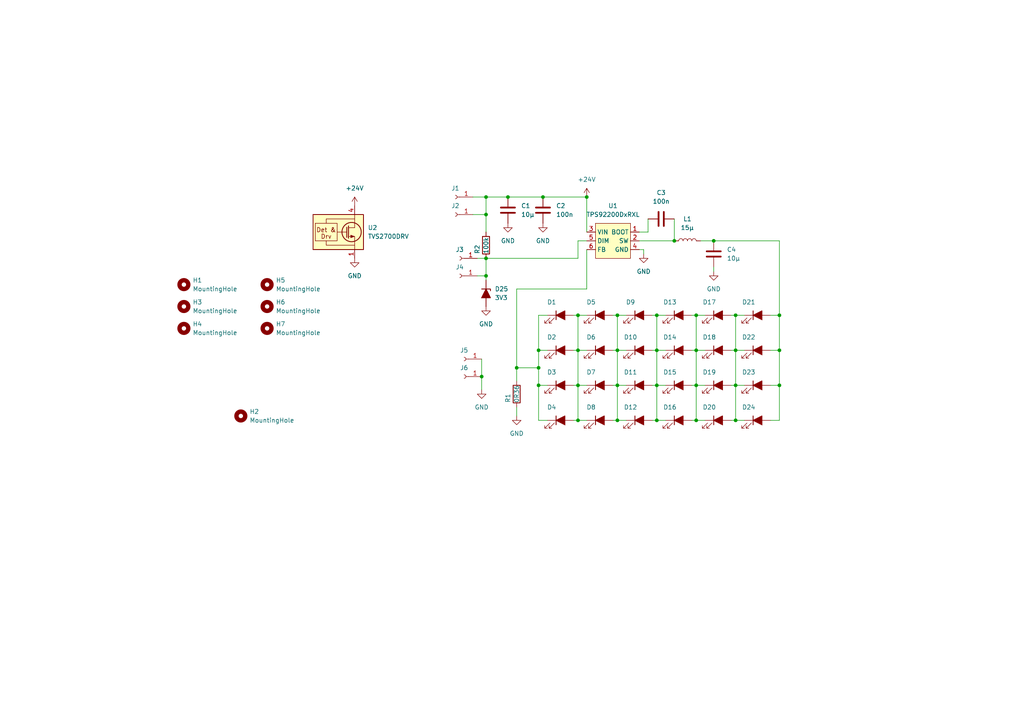
<source format=kicad_sch>
(kicad_sch (version 20230121) (generator eeschema)
  (paper "A4")
  (lib_symbols
    (symbol "Bergi:TPS92200DxRXL"
      (property "Reference" "U" (at -3.81 6.35 0))
      (property "Value" "TPS92200DxRXL" (at 0 -6.35 0))
      (symbol "TPS92200DxRXL_0_1"
        (rectangle (start -5.08 5.08) (end 5.08 -5.08) (fill (type background)))
      )
      (symbol "TPS92200DxRXL_1_1"
        (pin unspecified line (at 7.62 2.54 180) (length 2.54) (name "BOOT") (number "1"))
        (pin unspecified line (at 7.62 0 180) (length 2.54) (name "SW") (number "2"))
        (pin unspecified line (at -7.62 2.54 0) (length 2.54) (name "VIN") (number "3"))
        (pin unspecified line (at 7.62 -2.54 180) (length 2.54) (name "GND") (number "4"))
        (pin unspecified line (at -7.62 0 0) (length 2.54) (name "DIM") (number "5"))
        (pin unspecified line (at -7.62 -2.54 0) (length 2.54) (name "FB") (number "6"))
      )
    )
    (symbol "Connector:Conn_01x01_Female" (pin_names (offset 1.016) hide)
      (property "Reference" "J" (at 0 2.54 0))
      (property "Value" "Conn_01x01_Female" (at 0 -2.54 0))
      (symbol "Conn_01x01_Female_1_1"
        (polyline (pts (xy -1.27 0) (xy -0.508 0)) (stroke (width 0.1524)))
        (arc (start 0 0.508) (mid -0.5058 0) (end 0 -0.508) (stroke (width 0.1524)))
        (pin passive line (at -5.08 0 0) (length 3.81) (name "Pin_1") (number "1"))
      )
    )
    (symbol "Device:C" (pin_numbers hide) (pin_names (offset 0.254))
      (property "Reference" "C" (at 0.635 2.54 0))
      (property "Value" "C" (at 0.635 -2.54 0))
      (symbol "C_0_1"
        (polyline (pts (xy -2.032 -0.762) (xy 2.032 -0.762)) (stroke (width 0.508)))
        (polyline (pts (xy -2.032 0.762) (xy 2.032 0.762)) (stroke (width 0.508)))
      )
      (symbol "C_1_1"
        (pin passive line (at 0 3.81 270) (length 2.794) (name "~") (number "1"))
        (pin passive line (at 0 -3.81 90) (length 2.794) (name "~") (number "2"))
      )
    )
    (symbol "Device:D_Zener_Filled" (pin_numbers hide) (pin_names (offset 1.016) hide)
      (property "Reference" "D" (at 0 2.54 0))
      (property "Value" "D_Zener_Filled" (at 0 -2.54 0))
      (symbol "D_Zener_Filled_0_1"
        (polyline (pts (xy 1.27 0) (xy -1.27 0)))
        (polyline (pts (xy -1.27 -1.27) (xy -1.27 1.27) (xy -0.762 1.27)) (stroke (width 0.254)))
        (polyline (pts (xy 1.27 -1.27) (xy 1.27 1.27) (xy -1.27 0) (xy 1.27 -1.27)) (stroke (width 0.254)) (fill (type outline)))
      )
      (symbol "D_Zener_Filled_1_1"
        (pin passive line (at -3.81 0 0) (length 2.54) (name "K") (number "1"))
        (pin passive line (at 3.81 0 180) (length 2.54) (name "A") (number "2"))
      )
    )
    (symbol "Device:L" (pin_numbers hide) (pin_names (offset 1.016) hide)
      (property "Reference" "L" (at -1.27 0 90))
      (property "Value" "L" (at 1.905 0 90))
      (symbol "L_0_1"
        (arc (start 0 -2.54) (mid 0.6323 -1.905) (end 0 -1.27))
        (arc (start 0 -1.27) (mid 0.6323 -0.635) (end 0 0))
        (arc (start 0 0) (mid 0.6323 0.635) (end 0 1.27))
        (arc (start 0 1.27) (mid 0.6323 1.905) (end 0 2.54))
      )
      (symbol "L_1_1"
        (pin passive line (at 0 3.81 270) (length 1.27) (name "1") (number "1"))
        (pin passive line (at 0 -3.81 90) (length 1.27) (name "2") (number "2"))
      )
    )
    (symbol "Device:LED_Filled" (pin_numbers hide) (pin_names (offset 1.016) hide)
      (property "Reference" "D" (at 0 2.54 0))
      (property "Value" "LED_Filled" (at 0 -2.54 0))
      (symbol "LED_Filled_0_1"
        (polyline (pts (xy -1.27 -1.27) (xy -1.27 1.27)) (stroke (width 0.254)))
        (polyline (pts (xy -1.27 0) (xy 1.27 0)))
        (polyline (pts (xy 1.27 -1.27) (xy 1.27 1.27) (xy -1.27 0) (xy 1.27 -1.27)) (stroke (width 0.254)) (fill (type outline)))
        (polyline (pts (xy -3.048 -0.762) (xy -4.572 -2.286) (xy -3.81 -2.286) (xy -4.572 -2.286) (xy -4.572 -1.524)))
        (polyline (pts (xy -1.778 -0.762) (xy -3.302 -2.286) (xy -2.54 -2.286) (xy -3.302 -2.286) (xy -3.302 -1.524)))
      )
      (symbol "LED_Filled_1_1"
        (pin passive line (at -3.81 0 0) (length 2.54) (name "K") (number "1"))
        (pin passive line (at 3.81 0 180) (length 2.54) (name "A") (number "2"))
      )
    )
    (symbol "Device:R" (pin_numbers hide) (pin_names (offset 0))
      (property "Reference" "R" (at 2.032 0 90))
      (property "Value" "R" (at 0 0 90))
      (symbol "R_0_1"
        (rectangle (start -1.016 -2.54) (end 1.016 2.54) (stroke (width 0.254)))
      )
      (symbol "R_1_1"
        (pin passive line (at 0 3.81 270) (length 1.27) (name "~") (number "1"))
        (pin passive line (at 0 -3.81 90) (length 1.27) (name "~") (number "2"))
      )
    )
    (symbol "Mechanical:MountingHole" (pin_names (offset 1.016))
      (property "Reference" "H" (at 0 5.08 0))
      (property "Value" "MountingHole" (at 0 3.175 0))
      (symbol "MountingHole_0_1"
        (circle (center 0 0) (radius 1.27) (stroke (width 1.27)))
      )
    )
    (symbol "Power_Protection:TVS2700DRV" (pin_names (offset 0) hide)
      (property "Reference" "U" (at 2.54 1.27 0))
      (property "Value" "TVS2700DRV" (at 2.54 -1.27 0))
      (symbol "TVS2700DRV_0_0"
        (rectangle (start -11.43 2.54) (end -5.08 -2.54))
        (polyline (pts (xy 0 1.27) (xy -1.778 1.27)))
        (polyline (pts (xy -8.255 -2.54) (xy -8.255 -3.81) (xy 0 -3.81)))
        (polyline (pts (xy -8.255 2.54) (xy -8.255 3.81) (xy 0 3.81)))
        (text "Det &" (at -8.255 0.635 0) (effects (font (size 1.27 1.27))))
        (text "Drv" (at -8.255 -1.27 0) (effects (font (size 1.27 1.27))))
      )
      (symbol "TVS2700DRV_0_1"
        (rectangle (start -12.065 5.08) (end 2.54 -5.08) (stroke (width 0.254)) (fill (type background)))
        (circle (center -0.889 0) (radius 2.794) (stroke (width 0.254)))
        (polyline (pts (xy -2.286 0) (xy -5.08 0)))
        (polyline (pts (xy -2.286 1.397) (xy -2.286 -1.524)) (stroke (width 0.254)))
        (polyline (pts (xy -1.778 1.778) (xy -1.778 -1.778)) (stroke (width 0.254)))
        (polyline (pts (xy 0 -2.54) (xy 0 -5.08)))
        (polyline (pts (xy 0 2.54) (xy 0 1.27)))
        (polyline (pts (xy 0 5.08) (xy 0 2.54)))
        (polyline (pts (xy 0 -2.54) (xy 0 -1.27) (xy -1.778 -1.27)))
        (polyline (pts (xy -0.127 -1.27) (xy -1.143 -1.651) (xy -1.143 -0.889) (xy -0.127 -1.27)) (fill (type outline)))
      )
      (symbol "TVS2700DRV_1_1"
        (pin power_in line (at 0 -7.62 90) (length 2.54) (name "GND") (number "1"))
        (pin passive line (at 0 -7.62 90) (length 2.54) hide (name "GND") (number "2"))
        (pin passive line (at 0 -7.62 90) (length 2.54) hide (name "GND") (number "3"))
        (pin passive line (at 0 7.62 270) (length 2.54) (name "IN") (number "4"))
        (pin passive line (at 0 7.62 270) (length 2.54) hide (name "IN") (number "5"))
        (pin passive line (at 0 7.62 270) (length 2.54) hide (name "IN") (number "6"))
        (pin passive line (at 0 -7.62 90) (length 2.54) hide (name "GND") (number "7"))
      )
    )
    (symbol "power:+24V" (power) (pin_names (offset 0))
      (property "Value" "+24V" (at 0 3.556 0))
      (symbol "+24V_0_1"
        (polyline (pts (xy -0.762 1.27) (xy 0 2.54)))
        (polyline (pts (xy 0 0) (xy 0 2.54)))
        (polyline (pts (xy 0 2.54) (xy 0.762 1.27)))
      )
      (symbol "+24V_1_1"
        (pin power_in line (at 0 0 90) (length 0) hide (name "+24V") (number "1"))
      )
    )
    (symbol "power:GND" (power) (pin_names (offset 0))
      (property "Value" "GND" (at 0 -3.81 0))
      (symbol "GND_0_1"
        (polyline (pts (xy 0 0) (xy 0 -1.27) (xy 1.27 -1.27) (xy 0 -2.54) (xy -1.27 -1.27) (xy 0 -1.27)))
      )
      (symbol "GND_1_1"
        (pin power_in line (at 0 0 270) (length 0) hide (name "GND") (number "1"))
      )
    )
  )
  (junction (at 190.5 91.44))
  (junction (at 213.36 111.76))
  (junction (at 170.18 57.15))
  (junction (at 167.64 121.92))
  (junction (at 149.86 106.68))
  (junction (at 157.48 57.15))
  (junction (at 167.64 91.44))
  (junction (at 179.07 121.92))
  (junction (at 213.36 91.44))
  (junction (at 156.21 101.6))
  (junction (at 167.64 111.76))
  (junction (at 226.06 111.76))
  (junction (at 156.21 106.68))
  (junction (at 226.06 101.6))
  (junction (at 139.7 109.22))
  (junction (at 147.32 57.15))
  (junction (at 140.97 74.93))
  (junction (at 207.01 69.85))
  (junction (at 140.97 62.23))
  (junction (at 213.36 101.6))
  (junction (at 201.93 101.6))
  (junction (at 201.93 111.76))
  (junction (at 167.64 101.6))
  (junction (at 156.21 111.76))
  (junction (at 201.93 91.44))
  (junction (at 190.5 111.76))
  (junction (at 226.06 91.44))
  (junction (at 140.97 57.15))
  (junction (at 140.97 80.01))
  (junction (at 179.07 101.6))
  (junction (at 190.5 121.92))
  (junction (at 195.58 69.85))
  (junction (at 190.5 101.6))
  (junction (at 201.93 121.92))
  (junction (at 179.07 91.44))
  (junction (at 179.07 111.76))
  (junction (at 213.36 121.92))
  (wire (pts (xy 167.64 91.44) (xy 170.18 91.44)))
  (wire (pts (xy 207.01 69.85) (xy 226.06 69.85)))
  (wire (pts (xy 170.18 57.15) (xy 170.18 67.31)))
  (wire (pts (xy 200.66 91.44) (xy 201.93 91.44)))
  (wire (pts (xy 167.64 69.85) (xy 167.64 74.93)))
  (wire (pts (xy 140.97 74.93) (xy 167.64 74.93)))
  (wire (pts (xy 226.06 111.76) (xy 226.06 101.6)))
  (wire (pts (xy 140.97 67.31) (xy 140.97 62.23)))
  (wire (pts (xy 167.64 111.76) (xy 170.18 111.76)))
  (wire (pts (xy 179.07 121.92) (xy 181.61 121.92)))
  (wire (pts (xy 149.86 83.82) (xy 170.18 83.82)))
  (wire (pts (xy 167.64 111.76) (xy 167.64 121.92)))
  (wire (pts (xy 190.5 121.92) (xy 193.04 121.92)))
  (wire (pts (xy 190.5 101.6) (xy 193.04 101.6)))
  (wire (pts (xy 156.21 101.6) (xy 156.21 106.68)))
  (wire (pts (xy 190.5 91.44) (xy 190.5 101.6)))
  (wire (pts (xy 177.8 91.44) (xy 179.07 91.44)))
  (wire (pts (xy 140.97 57.15) (xy 147.32 57.15)))
  (wire (pts (xy 186.69 72.39) (xy 185.42 72.39)))
  (wire (pts (xy 201.93 91.44) (xy 204.47 91.44)))
  (wire (pts (xy 201.93 101.6) (xy 204.47 101.6)))
  (wire (pts (xy 139.7 109.22) (xy 139.7 113.03)))
  (wire (pts (xy 189.23 111.76) (xy 190.5 111.76)))
  (wire (pts (xy 166.37 101.6) (xy 167.64 101.6)))
  (wire (pts (xy 179.07 111.76) (xy 181.61 111.76)))
  (wire (pts (xy 149.86 118.11) (xy 149.86 120.65)))
  (wire (pts (xy 170.18 83.82) (xy 170.18 72.39)))
  (wire (pts (xy 149.86 106.68) (xy 149.86 110.49)))
  (wire (pts (xy 223.52 111.76) (xy 226.06 111.76)))
  (wire (pts (xy 223.52 121.92) (xy 226.06 121.92)))
  (wire (pts (xy 140.97 74.93) (xy 138.43 74.93)))
  (wire (pts (xy 190.5 111.76) (xy 190.5 121.92)))
  (wire (pts (xy 212.09 111.76) (xy 213.36 111.76)))
  (wire (pts (xy 137.16 57.15) (xy 140.97 57.15)))
  (wire (pts (xy 157.48 57.15) (xy 170.18 57.15)))
  (wire (pts (xy 213.36 111.76) (xy 213.36 121.92)))
  (wire (pts (xy 147.32 57.15) (xy 157.48 57.15)))
  (wire (pts (xy 187.96 67.31) (xy 185.42 67.31)))
  (wire (pts (xy 179.07 101.6) (xy 179.07 111.76)))
  (wire (pts (xy 213.36 121.92) (xy 215.9 121.92)))
  (wire (pts (xy 179.07 111.76) (xy 179.07 121.92)))
  (wire (pts (xy 149.86 106.68) (xy 149.86 83.82)))
  (wire (pts (xy 213.36 121.92) (xy 212.09 121.92)))
  (wire (pts (xy 156.21 101.6) (xy 158.75 101.6)))
  (wire (pts (xy 167.64 91.44) (xy 167.64 101.6)))
  (wire (pts (xy 189.23 101.6) (xy 190.5 101.6)))
  (wire (pts (xy 139.7 104.14) (xy 139.7 109.22)))
  (wire (pts (xy 207.01 77.47) (xy 207.01 78.74)))
  (wire (pts (xy 190.5 101.6) (xy 190.5 111.76)))
  (wire (pts (xy 223.52 91.44) (xy 226.06 91.44)))
  (wire (pts (xy 138.43 80.01) (xy 140.97 80.01)))
  (wire (pts (xy 189.23 91.44) (xy 190.5 91.44)))
  (wire (pts (xy 167.64 121.92) (xy 170.18 121.92)))
  (wire (pts (xy 213.36 111.76) (xy 215.9 111.76)))
  (wire (pts (xy 140.97 80.01) (xy 140.97 81.28)))
  (wire (pts (xy 158.75 91.44) (xy 156.21 91.44)))
  (wire (pts (xy 201.93 111.76) (xy 201.93 121.92)))
  (wire (pts (xy 170.18 69.85) (xy 167.64 69.85)))
  (wire (pts (xy 213.36 101.6) (xy 213.36 111.76)))
  (wire (pts (xy 201.93 91.44) (xy 201.93 101.6)))
  (wire (pts (xy 137.16 62.23) (xy 140.97 62.23)))
  (wire (pts (xy 226.06 121.92) (xy 226.06 111.76)))
  (wire (pts (xy 140.97 74.93) (xy 140.97 80.01)))
  (wire (pts (xy 156.21 91.44) (xy 156.21 101.6)))
  (wire (pts (xy 179.07 101.6) (xy 181.61 101.6)))
  (wire (pts (xy 156.21 121.92) (xy 158.75 121.92)))
  (wire (pts (xy 195.58 63.5) (xy 195.58 69.85)))
  (wire (pts (xy 187.96 63.5) (xy 187.96 67.31)))
  (wire (pts (xy 156.21 106.68) (xy 149.86 106.68)))
  (wire (pts (xy 189.23 121.92) (xy 190.5 121.92)))
  (wire (pts (xy 156.21 106.68) (xy 156.21 111.76)))
  (wire (pts (xy 200.66 121.92) (xy 201.93 121.92)))
  (wire (pts (xy 185.42 69.85) (xy 195.58 69.85)))
  (wire (pts (xy 156.21 111.76) (xy 158.75 111.76)))
  (wire (pts (xy 177.8 121.92) (xy 179.07 121.92)))
  (wire (pts (xy 200.66 101.6) (xy 201.93 101.6)))
  (wire (pts (xy 166.37 121.92) (xy 167.64 121.92)))
  (wire (pts (xy 166.37 111.76) (xy 167.64 111.76)))
  (wire (pts (xy 166.37 91.44) (xy 167.64 91.44)))
  (wire (pts (xy 226.06 101.6) (xy 226.06 91.44)))
  (wire (pts (xy 226.06 91.44) (xy 226.06 69.85)))
  (wire (pts (xy 212.09 101.6) (xy 213.36 101.6)))
  (wire (pts (xy 179.07 91.44) (xy 181.61 91.44)))
  (wire (pts (xy 223.52 101.6) (xy 226.06 101.6)))
  (wire (pts (xy 213.36 91.44) (xy 215.9 91.44)))
  (wire (pts (xy 203.2 69.85) (xy 207.01 69.85)))
  (wire (pts (xy 190.5 111.76) (xy 193.04 111.76)))
  (wire (pts (xy 200.66 111.76) (xy 201.93 111.76)))
  (wire (pts (xy 167.64 101.6) (xy 170.18 101.6)))
  (wire (pts (xy 201.93 101.6) (xy 201.93 111.76)))
  (wire (pts (xy 167.64 101.6) (xy 167.64 111.76)))
  (wire (pts (xy 201.93 111.76) (xy 204.47 111.76)))
  (wire (pts (xy 177.8 111.76) (xy 179.07 111.76)))
  (wire (pts (xy 201.93 121.92) (xy 204.47 121.92)))
  (wire (pts (xy 213.36 101.6) (xy 215.9 101.6)))
  (wire (pts (xy 190.5 91.44) (xy 193.04 91.44)))
  (wire (pts (xy 177.8 101.6) (xy 179.07 101.6)))
  (wire (pts (xy 186.69 73.66) (xy 186.69 72.39)))
  (wire (pts (xy 156.21 111.76) (xy 156.21 121.92)))
  (wire (pts (xy 179.07 91.44) (xy 179.07 101.6)))
  (wire (pts (xy 140.97 62.23) (xy 140.97 57.15)))
  (wire (pts (xy 212.09 91.44) (xy 213.36 91.44)))
  (wire (pts (xy 213.36 91.44) (xy 213.36 101.6)))
  (symbol (lib_id "power:GND") (at 186.69 73.66 0) (unit 1)
    (property "Reference" "#PWR05" (effects hide))
    (property "Value" "GND" (at 186.69 78.74 0))
  )
  (symbol (lib_id "Device:LED_Filled") (at 185.42 91.44 0) (unit 1)
    (property "Reference" "D9" (at 182.88 87.63 0))
    (property "Value" "JE2835AWT-R-U40GA0000-N0000001" (effects hide))
    (property "Footprint" "LED_SMD:LED_PLCC_2835" (effects hide))
  )
  (symbol (lib_id "Device:LED_Filled") (at 173.99 111.76 0) (unit 1)
    (property "Reference" "D7" (at 171.45 107.95 0))
    (property "Value" "JE2835AWT-R-U40GA0000-N0000001" (effects hide))
    (property "Footprint" "LED_SMD:LED_PLCC_2835" (effects hide))
  )
  (symbol (lib_id "Power_Protection:TVS2700DRV") (at 102.87 67.31 0) (unit 1)
    (property "Reference" "U2" (at 106.68 66.04 0) (effects (justify left)))
    (property "Value" "TVS2700DRV" (at 106.68 68.58 0) (effects (justify left)))
    (property "Footprint" "Package_SON:WSON-6-1EP_2x2mm_P0.65mm_EP1x1.6mm" (effects hide))
    (property "Datasheet" "http://www.ti.com/lit/ds/symlink/tvs2700.pdf" (effects hide))
  )
  (symbol (lib_id "Mechanical:MountingHole") (at 53.34 82.55 0) (unit 1)
    (property "Reference" "H1" (at 55.88 81.2799 0) (effects (justify left)))
    (property "Value" "MountingHole" (at 55.88 83.8199 0) (effects (justify left)))
    (property "Footprint" "MountingHole:MountingHole_3.2mm_M3" (effects hide))
  )
  (symbol (lib_id "power:GND") (at 140.97 88.9 0) (unit 1)
    (property "Reference" "#PWR07" (effects hide))
    (property "Value" "GND" (at 140.97 93.98 0))
  )
  (symbol (lib_id "Mechanical:MountingHole") (at 77.47 95.25 0) (unit 1)
    (property "Reference" "H7" (at 80.01 93.9799 0) (effects (justify left)))
    (property "Value" "MountingHole" (at 80.01 96.5199 0) (effects (justify left)))
    (property "Footprint" "MountingHole:MountingHole_3.2mm_M3" (effects hide))
  )
  (symbol (lib_id "Device:C") (at 147.32 60.96 180) (unit 1)
    (property "Reference" "C1" (at 151.13 59.6899 0) (effects (justify right)))
    (property "Value" "10µ" (at 151.13 62.2299 0) (effects (justify right)))
    (property "Footprint" "Capacitor_SMD:C_1210_3225Metric" (effects hide))
    (property "Voltage" "50V" (effects hide))
  )
  (symbol (lib_id "Device:LED_Filled") (at 185.42 101.6 0) (unit 1)
    (property "Reference" "D10" (at 182.88 97.79 0))
    (property "Value" "JE2835AWT-R-U40GA0000-N0000001" (effects hide))
    (property "Footprint" "LED_SMD:LED_PLCC_2835" (effects hide))
  )
  (symbol (lib_id "Device:LED_Filled") (at 196.85 101.6 0) (unit 1)
    (property "Reference" "D14" (at 194.31 97.79 0))
    (property "Value" "JE2835AWT-R-U40GA0000-N0000001" (effects hide))
    (property "Footprint" "LED_SMD:LED_PLCC_2835" (effects hide))
  )
  (symbol (lib_id "Device:LED_Filled") (at 162.56 111.76 0) (unit 1)
    (property "Reference" "D3" (at 160.02 107.95 0))
    (property "Value" "JE2835AWT-R-U40GA0000-N0000001" (effects hide))
    (property "Footprint" "LED_SMD:LED_PLCC_2835" (effects hide))
  )
  (symbol (lib_id "Device:LED_Filled") (at 173.99 101.6 0) (unit 1)
    (property "Reference" "D6" (at 171.45 97.79 0))
    (property "Value" "JE2835AWT-R-U40GA0000-N0000001" (effects hide))
    (property "Footprint" "LED_SMD:LED_PLCC_2835" (effects hide))
  )
  (symbol (lib_id "Device:LED_Filled") (at 162.56 121.92 0) (unit 1)
    (property "Reference" "D4" (at 160.02 118.11 0))
    (property "Value" "JE2835AWT-R-U40GA0000-N0000001" (effects hide))
    (property "Footprint" "LED_SMD:LED_PLCC_2835" (effects hide))
  )
  (symbol (lib_id "Mechanical:MountingHole") (at 53.34 95.25 0) (unit 1)
    (property "Reference" "H4" (at 55.88 93.9799 0) (effects (justify left)))
    (property "Value" "MountingHole" (at 55.88 96.5199 0) (effects (justify left)))
    (property "Footprint" "MountingHole:MountingHole_3.2mm_M3" (effects hide))
  )
  (symbol (lib_id "Mechanical:MountingHole") (at 69.85 120.65 0) (unit 1)
    (property "Reference" "H2" (at 72.39 119.3799 0) (effects (justify left)))
    (property "Value" "MountingHole" (at 72.39 121.9199 0) (effects (justify left)))
    (property "Footprint" "MountingHole:MountingHole_4.3mm_M4" (effects hide))
  )
  (symbol (lib_id "Device:LED_Filled") (at 185.42 111.76 0) (unit 1)
    (property "Reference" "D11" (at 182.88 107.95 0))
    (property "Value" "JE2835AWT-R-U40GA0000-N0000001" (effects hide))
    (property "Footprint" "LED_SMD:LED_PLCC_2835" (effects hide))
  )
  (symbol (lib_id "Device:R") (at 140.97 71.12 0) (unit 1)
    (property "Reference" "R2" (at 138.43 73.66 90) (effects (justify left)))
    (property "Value" "100k" (at 140.97 73.66 90) (effects (justify left)))
    (property "Footprint" "Resistor_SMD:R_0603_1608Metric" (effects hide))
  )
  (symbol (lib_id "Device:LED_Filled") (at 219.71 111.76 0) (unit 1)
    (property "Reference" "D23" (at 217.17 107.95 0))
    (property "Value" "JE2835AWT-R-U40GA0000-N0000001" (effects hide))
    (property "Footprint" "LED_SMD:LED_PLCC_2835" (effects hide))
  )
  (symbol (lib_id "Connector:Conn_01x01_Female") (at 132.08 57.15 180) (unit 1)
    (property "Reference" "J1" (at 132.08 54.61 0))
    (property "Value" "Conn_01x01_Female" (effects hide))
    (property "Footprint" "Bergi:Solderpad_1x2" (effects hide))
  )
  (symbol (lib_id "Device:R") (at 149.86 114.3 0) (unit 1)
    (property "Reference" "R1" (at 147.32 116.84 90) (effects (justify left)))
    (property "Value" "0R36" (at 149.86 116.84 90) (effects (justify left)))
    (property "Footprint" "Resistor_SMD:R_0603_1608Metric" (effects hide))
  )
  (symbol (lib_id "Device:L") (at 199.39 69.85 90) (unit 1)
    (property "Reference" "L1" (at 199.39 63.5 90))
    (property "Value" "15µ" (at 199.39 66.04 90))
    (property "Footprint" "Inductor_SMD:L_Taiyo-Yuden_NR-50xx" (effects hide))
    (property "HTN" "NRS5030T150M" (effects hide))
  )
  (symbol (lib_id "power:GND") (at 207.01 78.74 0) (unit 1)
    (property "Reference" "#PWR06" (effects hide))
    (property "Value" "GND" (at 207.01 83.82 0))
  )
  (symbol (lib_id "Connector:Conn_01x01_Female") (at 132.08 62.23 180) (unit 1)
    (property "Reference" "J2" (at 132.08 59.69 0))
    (property "Value" "Conn_01x01_Female" (effects hide))
    (property "Footprint" "Bergi:Solderpad_1x2" (effects hide))
  )
  (symbol (lib_id "Device:LED_Filled") (at 196.85 121.92 0) (unit 1)
    (property "Reference" "D16" (at 194.31 118.11 0))
    (property "Value" "JE2835AWT-R-U40GA0000-N0000001" (effects hide))
    (property "Footprint" "LED_SMD:LED_PLCC_2835" (effects hide))
  )
  (symbol (lib_id "Connector:Conn_01x01_Female") (at 133.35 80.01 180) (unit 1)
    (property "Reference" "J4" (at 133.35 77.47 0))
    (property "Value" "Conn_01x01_Female" (effects hide))
    (property "Footprint" "Bergi:Solderpad_1x2" (effects hide))
  )
  (symbol (lib_id "Device:LED_Filled") (at 196.85 91.44 0) (unit 1)
    (property "Reference" "D13" (at 194.31 87.63 0))
    (property "Value" "JE2835AWT-R-U40GA0000-N0000001" (effects hide))
    (property "Footprint" "LED_SMD:LED_PLCC_2835" (effects hide))
  )
  (symbol (lib_id "power:+24V") (at 170.18 57.15 0) (unit 1)
    (property "Reference" "#PWR?" (effects hide))
    (property "Value" "+24V" (at 170.18 52.07 0))
  )
  (symbol (lib_id "power:GND") (at 147.32 64.77 0) (unit 1)
    (property "Reference" "#PWR02" (effects hide))
    (property "Value" "GND" (at 147.32 69.85 0))
  )
  (symbol (lib_id "Connector:Conn_01x01_Female") (at 134.62 109.22 180) (unit 1)
    (property "Reference" "J6" (at 134.62 106.68 0))
    (property "Value" "Conn_01x01_Female" (effects hide))
    (property "Footprint" "Bergi:Solderpad_1x2" (effects hide))
  )
  (symbol (lib_id "power:GND") (at 139.7 113.03 0) (unit 1)
    (property "Reference" "#PWR01" (effects hide))
    (property "Value" "GND" (at 139.7 118.11 0))
  )
  (symbol (lib_id "power:GND") (at 157.48 64.77 0) (unit 1)
    (property "Reference" "#PWR04" (effects hide))
    (property "Value" "GND" (at 157.48 69.85 0))
  )
  (symbol (lib_id "Device:LED_Filled") (at 208.28 121.92 0) (unit 1)
    (property "Reference" "D20" (at 205.74 118.11 0))
    (property "Value" "JE2835AWT-R-U40GA0000-N0000001" (effects hide))
    (property "Footprint" "LED_SMD:LED_PLCC_2835" (effects hide))
  )
  (symbol (lib_id "Device:LED_Filled") (at 162.56 101.6 0) (unit 1)
    (property "Reference" "D2" (at 160.02 97.79 0))
    (property "Value" "JE2835AWT-R-U40GA0000-N0000001" (effects hide))
    (property "Footprint" "LED_SMD:LED_PLCC_2835" (effects hide))
  )
  (symbol (lib_id "Device:LED_Filled") (at 219.71 91.44 0) (unit 1)
    (property "Reference" "D21" (at 217.17 87.63 0))
    (property "Value" "JE2835AWT-R-U40GA0000-N0000001" (effects hide))
    (property "Footprint" "LED_SMD:LED_PLCC_2835" (effects hide))
  )
  (symbol (lib_id "Bergi:TPS92200DxRXL") (at 177.8 69.85 0) (unit 1)
    (property "Reference" "U1" (at 177.8 59.69 0))
    (property "Value" "TPS92200DxRXL" (at 177.8 62.23 0))
    (property "Footprint" "Bergi:VQFN-HR" (effects hide))
  )
  (symbol (lib_id "Mechanical:MountingHole") (at 53.34 88.9 0) (unit 1)
    (property "Reference" "H3" (at 55.88 87.6299 0) (effects (justify left)))
    (property "Value" "MountingHole" (at 55.88 90.1699 0) (effects (justify left)))
    (property "Footprint" "MountingHole:MountingHole_3.2mm_M3" (effects hide))
  )
  (symbol (lib_id "Device:LED_Filled") (at 196.85 111.76 0) (unit 1)
    (property "Reference" "D15" (at 194.31 107.95 0))
    (property "Value" "JE2835AWT-R-U40GA0000-N0000001" (effects hide))
    (property "Footprint" "LED_SMD:LED_PLCC_2835" (effects hide))
  )
  (symbol (lib_id "power:+24V") (at 102.87 59.69 0) (unit 1)
    (property "Reference" "#PWR08" (effects hide))
    (property "Value" "+24V" (at 102.87 54.61 0))
  )
  (symbol (lib_id "Device:D_Zener_Filled") (at 140.97 85.09 270) (unit 1)
    (property "Reference" "D25" (at 143.51 83.8199 90) (effects (justify left)))
    (property "Value" "3V3" (at 143.51 86.3599 90) (effects (justify left)))
    (property "Footprint" "Diode_SMD:D_SOD-323" (effects hide))
  )
  (symbol (lib_id "Device:LED_Filled") (at 162.56 91.44 0) (unit 1)
    (property "Reference" "D1" (at 160.02 87.63 0))
    (property "Value" "JE2835AWT-R-U40GA0000-N0000001" (effects hide))
    (property "Footprint" "LED_SMD:LED_PLCC_2835" (effects hide))
  )
  (symbol (lib_id "Device:LED_Filled") (at 173.99 91.44 0) (unit 1)
    (property "Reference" "D5" (at 171.45 87.63 0))
    (property "Value" "JE2835AWT-R-U40GA0000-N0000001" (effects hide))
    (property "Footprint" "LED_SMD:LED_PLCC_2835" (effects hide))
  )
  (symbol (lib_id "Device:LED_Filled") (at 208.28 101.6 0) (unit 1)
    (property "Reference" "D18" (at 205.74 97.79 0))
    (property "Value" "JE2835AWT-R-U40GA0000-N0000001" (effects hide))
    (property "Footprint" "LED_SMD:LED_PLCC_2835" (effects hide))
  )
  (symbol (lib_id "Mechanical:MountingHole") (at 77.47 88.9 0) (unit 1)
    (property "Reference" "H6" (at 80.01 87.6299 0) (effects (justify left)))
    (property "Value" "MountingHole" (at 80.01 90.1699 0) (effects (justify left)))
    (property "Footprint" "MountingHole:MountingHole_3.2mm_M3" (effects hide))
  )
  (symbol (lib_id "Device:LED_Filled") (at 173.99 121.92 0) (unit 1)
    (property "Reference" "D8" (at 171.45 118.11 0))
    (property "Value" "JE2835AWT-R-U40GA0000-N0000001" (effects hide))
    (property "Footprint" "LED_SMD:LED_PLCC_2835" (effects hide))
  )
  (symbol (lib_id "Device:LED_Filled") (at 208.28 91.44 0) (unit 1)
    (property "Reference" "D17" (at 205.74 87.63 0))
    (property "Value" "JE2835AWT-R-U40GA0000-N0000001" (effects hide))
    (property "Footprint" "LED_SMD:LED_PLCC_2835" (effects hide))
  )
  (symbol (lib_id "Connector:Conn_01x01_Female") (at 134.62 104.14 180) (unit 1)
    (property "Reference" "J5" (at 134.62 101.6 0))
    (property "Value" "Conn_01x01_Female" (effects hide))
    (property "Footprint" "Bergi:Solderpad_1x2" (effects hide))
  )
  (symbol (lib_id "Device:LED_Filled") (at 208.28 111.76 0) (unit 1)
    (property "Reference" "D19" (at 205.74 107.95 0))
    (property "Value" "JE2835AWT-R-U40GA0000-N0000001" (effects hide))
    (property "Footprint" "LED_SMD:LED_PLCC_2835" (effects hide))
  )
  (symbol (lib_id "Device:C") (at 191.77 63.5 90) (unit 1)
    (property "Reference" "C3" (at 191.77 55.88 90))
    (property "Value" "100n" (at 191.77 58.42 90))
    (property "Footprint" "Capacitor_SMD:C_0603_1608Metric" (effects hide))
  )
  (symbol (lib_id "Device:LED_Filled") (at 185.42 121.92 0) (unit 1)
    (property "Reference" "D12" (at 182.88 118.11 0))
    (property "Value" "JE2835AWT-R-U40GA0000-N0000001" (effects hide))
    (property "Footprint" "LED_SMD:LED_PLCC_2835" (effects hide))
  )
  (symbol (lib_id "Device:LED_Filled") (at 219.71 101.6 0) (unit 1)
    (property "Reference" "D22" (at 217.17 97.79 0))
    (property "Value" "JE2835AWT-R-U40GA0000-N0000001" (effects hide))
    (property "Footprint" "LED_SMD:LED_PLCC_2835" (effects hide))
  )
  (symbol (lib_id "Device:C") (at 207.01 73.66 180) (unit 1)
    (property "Reference" "C4" (at 210.82 72.3899 0) (effects (justify right)))
    (property "Value" "10µ" (at 210.82 74.9299 0) (effects (justify right)))
    (property "Footprint" "Capacitor_SMD:C_1210_3225Metric" (effects hide))
    (property "Voltage" "50V" (effects hide))
  )
  (symbol (lib_id "Device:LED_Filled") (at 219.71 121.92 0) (unit 1)
    (property "Reference" "D24" (at 217.17 118.11 0))
    (property "Value" "JE2835AWT-R-U40GA0000-N0000001" (effects hide))
    (property "Footprint" "LED_SMD:LED_PLCC_2835" (effects hide))
  )
  (symbol (lib_id "power:GND") (at 149.86 120.65 0) (unit 1)
    (property "Reference" "#PWR03" (effects hide))
    (property "Value" "GND" (at 149.86 125.73 0))
  )
  (symbol (lib_id "Mechanical:MountingHole") (at 77.47 82.55 0) (unit 1)
    (property "Reference" "H5" (at 80.01 81.2799 0) (effects (justify left)))
    (property "Value" "MountingHole" (at 80.01 83.8199 0) (effects (justify left)))
    (property "Footprint" "MountingHole:MountingHole_3.2mm_M3" (effects hide))
  )
  (symbol (lib_id "Connector:Conn_01x01_Female") (at 133.35 74.93 180) (unit 1)
    (property "Reference" "J3" (at 133.35 72.39 0))
    (property "Value" "Conn_01x01_Female" (effects hide))
    (property "Footprint" "Bergi:Solderpad_1x2" (effects hide))
  )
  (symbol (lib_id "Device:C") (at 157.48 60.96 180) (unit 1)
    (property "Reference" "C2" (at 161.29 59.6899 0) (effects (justify right)))
    (property "Value" "100n" (at 161.29 62.2299 0) (effects (justify right)))
    (property "Footprint" "Capacitor_SMD:C_0603_1608Metric" (effects hide))
  )
  (symbol (lib_id "power:GND") (at 102.87 74.93 0) (unit 1)
    (property "Reference" "#PWR09" (effects hide))
    (property "Value" "GND" (at 102.87 80.01 0))
  )
)
</source>
